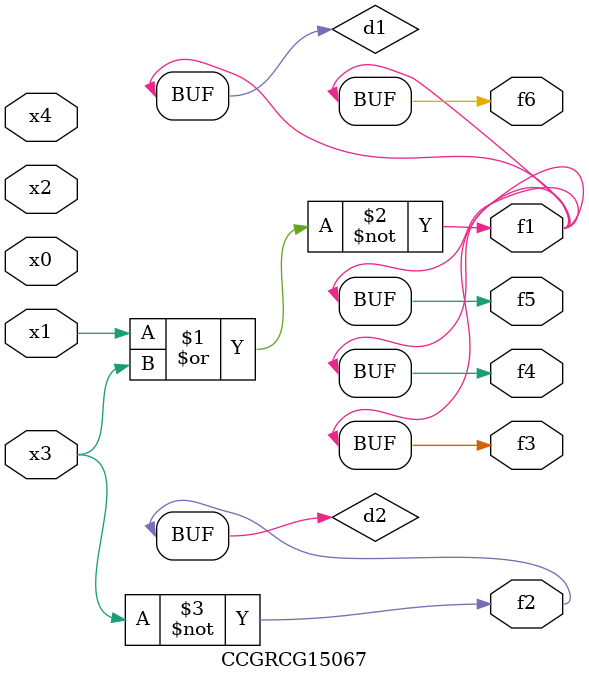
<source format=v>
module CCGRCG15067(
	input x0, x1, x2, x3, x4,
	output f1, f2, f3, f4, f5, f6
);

	wire d1, d2;

	nor (d1, x1, x3);
	not (d2, x3);
	assign f1 = d1;
	assign f2 = d2;
	assign f3 = d1;
	assign f4 = d1;
	assign f5 = d1;
	assign f6 = d1;
endmodule

</source>
